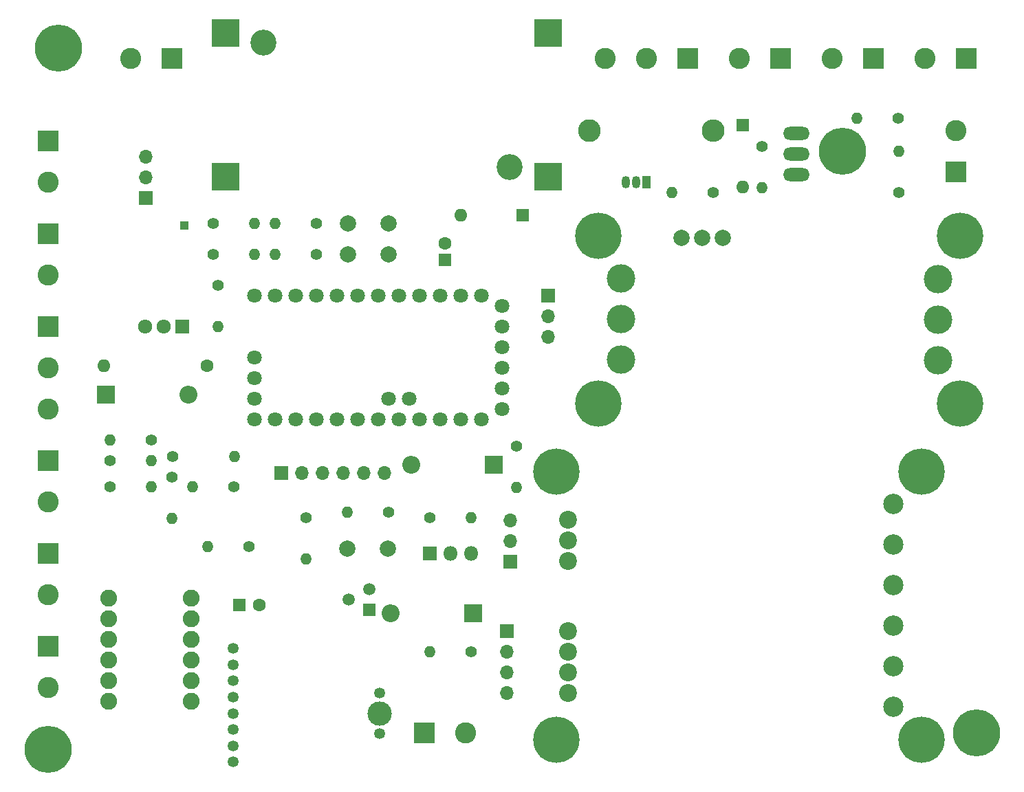
<source format=gbr>
%TF.GenerationSoftware,KiCad,Pcbnew,6.0.11-2627ca5db0~126~ubuntu22.04.1*%
%TF.CreationDate,2023-07-25T17:11:02+02:00*%
%TF.ProjectId,HM-LC-Bl1-FM_FUEL4EP_PCB,484d2d4c-432d-4426-9c31-2d464d5f4655,1.4*%
%TF.SameCoordinates,Original*%
%TF.FileFunction,Soldermask,Bot*%
%TF.FilePolarity,Negative*%
%FSLAX46Y46*%
G04 Gerber Fmt 4.6, Leading zero omitted, Abs format (unit mm)*
G04 Created by KiCad (PCBNEW 6.0.11-2627ca5db0~126~ubuntu22.04.1) date 2023-07-25 17:11:02*
%MOMM*%
%LPD*%
G01*
G04 APERTURE LIST*
%ADD10R,1.600000X1.600000*%
%ADD11C,1.600000*%
%ADD12O,1.600000X1.600000*%
%ADD13R,2.200000X2.200000*%
%ADD14O,2.200000X2.200000*%
%ADD15R,1.700000X1.700000*%
%ADD16O,1.700000X1.700000*%
%ADD17R,1.717500X1.800000*%
%ADD18O,1.717500X1.800000*%
%ADD19R,1.800000X1.800000*%
%ADD20O,1.800000X1.800000*%
%ADD21R,1.050000X1.500000*%
%ADD22O,1.050000X1.500000*%
%ADD23C,1.400000*%
%ADD24O,1.400000X1.400000*%
%ADD25C,5.700000*%
%ADD26C,3.500000*%
%ADD27C,2.000000*%
%ADD28C,2.500000*%
%ADD29C,2.200000*%
%ADD30R,1.498600X1.498600*%
%ADD31C,1.498600*%
%ADD32R,2.600000X2.600000*%
%ADD33C,2.600000*%
%ADD34C,5.800000*%
%ADD35C,1.800000*%
%ADD36O,3.251200X1.625600*%
%ADD37C,2.800000*%
%ADD38O,2.800000X2.800000*%
%ADD39C,1.350000*%
%ADD40C,3.000000*%
%ADD41C,2.082800*%
%ADD42C,3.200000*%
%ADD43R,3.500000X3.500000*%
%ADD44R,1.000000X1.000000*%
G04 APERTURE END LIST*
D10*
%TO.C,C1*%
X29885000Y-74930000D03*
D11*
X32385000Y-74930000D03*
%TD*%
D10*
%TO.C,D7*%
X64770000Y-26924000D03*
D12*
X57150000Y-26924000D03*
%TD*%
D13*
%TO.C,D11*%
X13462000Y-49022000D03*
D14*
X23622000Y-49022000D03*
%TD*%
D15*
%TO.C,J5*%
X35052000Y-58674000D03*
D16*
X37592000Y-58674000D03*
X40132000Y-58674000D03*
X42672000Y-58674000D03*
X45212000Y-58674000D03*
X47752000Y-58674000D03*
%TD*%
D17*
%TO.C,Q1*%
X22860000Y-40640000D03*
D18*
X20570000Y-40640000D03*
X18280000Y-40640000D03*
%TD*%
D19*
%TO.C,Q2*%
X53340000Y-68580000D03*
D20*
X55880000Y-68580000D03*
X58420000Y-68580000D03*
%TD*%
D21*
%TO.C,Q4*%
X80010000Y-22860000D03*
D22*
X78740000Y-22860000D03*
X77470000Y-22860000D03*
%TD*%
D23*
%TO.C,R1*%
X13970000Y-60325000D03*
D24*
X19050000Y-60325000D03*
%TD*%
D23*
%TO.C,R7*%
X13970000Y-57150000D03*
D24*
X19050000Y-57150000D03*
%TD*%
D25*
%TO.C,Module5*%
X118640000Y-50120000D03*
X74140000Y-29420000D03*
X74140000Y-50120000D03*
X118640000Y-29420000D03*
D26*
X115890000Y-34770000D03*
X76890000Y-34670000D03*
D27*
X84390000Y-29670000D03*
D26*
X115890000Y-39770000D03*
X76890000Y-39670000D03*
D27*
X86930000Y-29670000D03*
D26*
X115890000Y-44770000D03*
X76890000Y-44670000D03*
D27*
X89470000Y-29670000D03*
%TD*%
D25*
%TO.C,Module6*%
X113865000Y-58475000D03*
X68965000Y-58475000D03*
X68965000Y-91475000D03*
X113865000Y-91475000D03*
D28*
X110465000Y-62475000D03*
D29*
X70415000Y-64395000D03*
D28*
X110465000Y-67475000D03*
D29*
X70415000Y-66935000D03*
D28*
X110465000Y-72475000D03*
D29*
X70415000Y-69475000D03*
D28*
X110465000Y-77475000D03*
D29*
X70415000Y-78105000D03*
D28*
X110465000Y-82475000D03*
D29*
X70415000Y-80645000D03*
D28*
X110465000Y-87475000D03*
D29*
X70415000Y-83185000D03*
X70415000Y-85725000D03*
%TD*%
D23*
%TO.C,R8*%
X39370000Y-27940000D03*
D24*
X34290000Y-27940000D03*
%TD*%
D23*
%TO.C,R10*%
X21590000Y-59182000D03*
D24*
X21590000Y-64262000D03*
%TD*%
D23*
%TO.C,R11*%
X31115000Y-67691000D03*
D24*
X26035000Y-67691000D03*
%TD*%
D23*
%TO.C,R12*%
X38100000Y-64135000D03*
D24*
X38100000Y-69215000D03*
%TD*%
D23*
%TO.C,R13*%
X64008000Y-55372000D03*
D24*
X64008000Y-60452000D03*
%TD*%
D23*
%TO.C,R14*%
X53340000Y-64135000D03*
D24*
X58420000Y-64135000D03*
%TD*%
D23*
%TO.C,R15*%
X110998000Y-14986000D03*
D24*
X105918000Y-14986000D03*
%TD*%
D23*
%TO.C,R17*%
X48260000Y-63500000D03*
D24*
X43180000Y-63500000D03*
%TD*%
D30*
%TO.C,Q5*%
X45872400Y-75488800D03*
D31*
X43332400Y-74218800D03*
X45872400Y-72948800D03*
%TD*%
D23*
%TO.C,R9*%
X39370000Y-31750000D03*
D24*
X34290000Y-31750000D03*
%TD*%
D32*
%TO.C,J1*%
X6350000Y-29210000D03*
D33*
X6350000Y-34290000D03*
%TD*%
D32*
%TO.C,J3*%
X6350000Y-40640000D03*
D33*
X6350000Y-45720000D03*
X6350000Y-50800000D03*
%TD*%
D32*
%TO.C,J4*%
X21590000Y-7620000D03*
D33*
X16510000Y-7620000D03*
%TD*%
D10*
%TO.C,C5*%
X55245000Y-32385000D03*
D11*
X55245000Y-30385000D03*
%TD*%
D32*
%TO.C,J8*%
X6350000Y-80010000D03*
D33*
X6350000Y-85090000D03*
%TD*%
D32*
%TO.C,J9*%
X6350000Y-68580000D03*
D33*
X6350000Y-73660000D03*
%TD*%
D32*
%TO.C,J11*%
X107950000Y-7620000D03*
D33*
X102870000Y-7620000D03*
%TD*%
D23*
%TO.C,R5*%
X26670000Y-27940000D03*
D24*
X31750000Y-27940000D03*
%TD*%
D23*
%TO.C,R6*%
X26670000Y-31750000D03*
D24*
X31750000Y-31750000D03*
%TD*%
D32*
%TO.C,J14*%
X118110000Y-21590000D03*
D33*
X118110000Y-16510000D03*
%TD*%
D27*
%TO.C,C3*%
X43260000Y-27940000D03*
X48260000Y-27940000D03*
%TD*%
D23*
%TO.C,R21*%
X94234000Y-18465800D03*
D24*
X94234000Y-23545800D03*
%TD*%
D32*
%TO.C,J2*%
X6350000Y-17780000D03*
D33*
X6350000Y-22860000D03*
%TD*%
D11*
%TO.C,R22*%
X25908000Y-45466000D03*
D12*
X13208000Y-45466000D03*
%TD*%
D10*
%TO.C,D10*%
X91846400Y-15824200D03*
D12*
X91846400Y-23444200D03*
%TD*%
D23*
%TO.C,R3*%
X27305000Y-35560000D03*
D24*
X27305000Y-40640000D03*
%TD*%
D15*
%TO.C,J10*%
X18415000Y-24765000D03*
D16*
X18415000Y-22225000D03*
X18415000Y-19685000D03*
%TD*%
D32*
%TO.C,J13*%
X119380000Y-7620000D03*
D33*
X114300000Y-7620000D03*
%TD*%
D34*
%TO.C,H1*%
X7620000Y-6350000D03*
%TD*%
%TO.C,H2*%
X6350000Y-92710000D03*
%TD*%
D32*
%TO.C,J6*%
X96520000Y-7620000D03*
D33*
X91440000Y-7620000D03*
%TD*%
D35*
%TO.C,Module1*%
X59690000Y-52070000D03*
X31750000Y-44450000D03*
X59690000Y-36830000D03*
X62230000Y-38100000D03*
X50800000Y-49530000D03*
X57150000Y-52070000D03*
X31750000Y-46990000D03*
X57150000Y-36830000D03*
X62230000Y-40640000D03*
X48260000Y-49530000D03*
X54610000Y-52070000D03*
X31750000Y-49530000D03*
X54610000Y-36830000D03*
X62230000Y-43180000D03*
X52070000Y-52070000D03*
X52070000Y-36830000D03*
X62230000Y-45720000D03*
X49530000Y-52070000D03*
X49530000Y-36830000D03*
X62230000Y-48260000D03*
X46990000Y-52070000D03*
X46990000Y-36830000D03*
X62230000Y-50800000D03*
X44450000Y-52070000D03*
X44450000Y-36830000D03*
X41910000Y-52070000D03*
X41910000Y-36830000D03*
X39370000Y-52070000D03*
X39370000Y-36830000D03*
X36830000Y-52070000D03*
X36830000Y-36830000D03*
X34290000Y-52070000D03*
X34290000Y-36830000D03*
X31750000Y-52070000D03*
X31750000Y-36830000D03*
%TD*%
D23*
%TO.C,R16*%
X111125000Y-24130000D03*
D24*
X111125000Y-19050000D03*
%TD*%
D34*
%TO.C,H3*%
X104140000Y-19050000D03*
%TD*%
D27*
%TO.C,C4*%
X43180000Y-67945000D03*
X48180000Y-67945000D03*
%TD*%
D23*
%TO.C,R20*%
X88265000Y-24130000D03*
D24*
X83185000Y-24130000D03*
%TD*%
D23*
%TO.C,R4*%
X29210000Y-60325000D03*
D24*
X24130000Y-60325000D03*
%TD*%
D23*
%TO.C,R2*%
X21704300Y-56629300D03*
D24*
X29324300Y-56629300D03*
%TD*%
D36*
%TO.C,Q3*%
X98501200Y-21869400D03*
X98501200Y-19329400D03*
X98501200Y-16789400D03*
%TD*%
D37*
%TO.C,R18*%
X73025000Y-16510000D03*
D38*
X88265000Y-16510000D03*
%TD*%
D32*
%TO.C,J15*%
X52705000Y-90678000D03*
D33*
X57785000Y-90678000D03*
%TD*%
D23*
%TO.C,R23*%
X58420000Y-80645000D03*
D24*
X53340000Y-80645000D03*
%TD*%
D15*
%TO.C,J17*%
X67945000Y-36830000D03*
D16*
X67945000Y-39370000D03*
X67945000Y-41910000D03*
%TD*%
D13*
%TO.C,D2*%
X61214000Y-57658000D03*
D14*
X51054000Y-57658000D03*
%TD*%
D34*
%TO.C,H4*%
X120650000Y-90678000D03*
%TD*%
D15*
%TO.C,J16*%
X62865000Y-78105000D03*
D16*
X62865000Y-80645000D03*
X62865000Y-83185000D03*
X62865000Y-85725000D03*
%TD*%
D15*
%TO.C,J18*%
X63246000Y-69596000D03*
D16*
X63246000Y-67056000D03*
X63246000Y-64516000D03*
%TD*%
D27*
%TO.C,C2*%
X43260000Y-31750000D03*
X48260000Y-31750000D03*
%TD*%
D23*
%TO.C,R19*%
X19050000Y-54610000D03*
D24*
X13970000Y-54610000D03*
%TD*%
D39*
%TO.C,Module2*%
X47170000Y-85740000D03*
X29170000Y-80240000D03*
D40*
X47170000Y-88240000D03*
D39*
X29170000Y-82240000D03*
X47170000Y-90740000D03*
X29170000Y-84240000D03*
X29170000Y-86240000D03*
X29170000Y-88240000D03*
X29170000Y-90240000D03*
X29170000Y-92240000D03*
X29170000Y-94240000D03*
%TD*%
D32*
%TO.C,J7*%
X6350000Y-57150000D03*
D33*
X6350000Y-62230000D03*
%TD*%
D32*
%TO.C,J12*%
X85090000Y-7620000D03*
D33*
X80010000Y-7620000D03*
X74930000Y-7620000D03*
%TD*%
D13*
%TO.C,D6*%
X58674000Y-75946000D03*
D14*
X48514000Y-75946000D03*
%TD*%
D41*
%TO.C,Module3*%
X24003000Y-79171800D03*
X13843000Y-79171800D03*
X13843000Y-81711800D03*
X13843000Y-86791800D03*
X13843000Y-84251800D03*
X13843000Y-76631800D03*
X13843000Y-74091800D03*
X24003000Y-81711800D03*
X24003000Y-86791800D03*
X24003000Y-84251800D03*
X24003000Y-76631800D03*
X24003000Y-74091800D03*
%TD*%
D42*
%TO.C,Module4*%
X32894000Y-5645000D03*
X63194000Y-20945000D03*
D43*
X67894000Y-4445000D03*
X28194000Y-4445000D03*
X67894000Y-22145000D03*
X28194000Y-22145000D03*
%TD*%
D44*
%TO.C,J19*%
X23114000Y-28194000D03*
%TD*%
M02*

</source>
